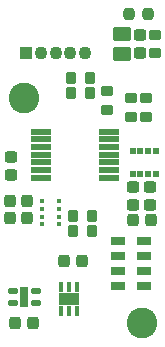
<source format=gbr>
G04 DipTrace 4.3.0.2*
G04 TopMask.gbr*
%MOIN*%
G04 #@! TF.FileFunction,Soldermask,Top*
G04 #@! TF.Part,Single*
%AMOUTLINE1*
4,1,28,
-0.030906,-0.012137,
-0.030906,0.012137,
-0.030519,0.015069,
-0.029338,0.017922,
-0.027458,0.020372,
-0.025008,0.022251,
-0.022156,0.023433,
-0.019224,0.023819,
0.019224,0.023819,
0.022156,0.023433,
0.025008,0.022251,
0.027458,0.020372,
0.029338,0.017922,
0.030519,0.015069,
0.030906,0.012137,
0.030906,-0.012137,
0.030519,-0.015069,
0.029338,-0.017922,
0.027458,-0.020372,
0.025008,-0.022251,
0.022156,-0.023433,
0.019224,-0.023819,
-0.019224,-0.023819,
-0.022156,-0.023433,
-0.025008,-0.022251,
-0.027458,-0.020372,
-0.029338,-0.017922,
-0.030519,-0.015069,
-0.030906,-0.012137,
0*%
%AMOUTLINE4*
4,1,28,
0.030906,0.012137,
0.030906,-0.012137,
0.030519,-0.015069,
0.029338,-0.017922,
0.027458,-0.020372,
0.025008,-0.022251,
0.022156,-0.023433,
0.019224,-0.023819,
-0.019224,-0.023819,
-0.022156,-0.023433,
-0.025008,-0.022251,
-0.027458,-0.020372,
-0.029338,-0.017922,
-0.030519,-0.015069,
-0.030906,-0.012137,
-0.030906,0.012137,
-0.030519,0.015069,
-0.029338,0.017922,
-0.027458,0.020372,
-0.025008,0.022251,
-0.022156,0.023433,
-0.019224,0.023819,
0.019224,0.023819,
0.022156,0.023433,
0.025008,0.022251,
0.027458,0.020372,
0.029338,0.017922,
0.030519,0.015069,
0.030906,0.012137,
0*%
%AMOUTLINE7*
4,1,28,
-0.021063,-0.008594,
-0.021063,0.008594,
-0.020717,0.01122,
-0.019654,0.013788,
-0.017962,0.015993,
-0.015757,0.017685,
-0.013189,0.018749,
-0.010562,0.019094,
0.010562,0.019094,
0.013189,0.018749,
0.015757,0.017685,
0.017962,0.015993,
0.019654,0.013788,
0.020717,0.01122,
0.021063,0.008594,
0.021063,-0.008594,
0.020717,-0.01122,
0.019654,-0.013788,
0.017962,-0.015993,
0.015757,-0.017685,
0.013189,-0.018749,
0.010562,-0.019094,
-0.010562,-0.019094,
-0.013189,-0.018749,
-0.015757,-0.017685,
-0.017962,-0.015993,
-0.019654,-0.013788,
-0.020717,-0.01122,
-0.021063,-0.008594,
0*%
%AMOUTLINE10*
4,1,28,
0.021063,0.008594,
0.021063,-0.008594,
0.020717,-0.01122,
0.019654,-0.013788,
0.017962,-0.015993,
0.015757,-0.017685,
0.013189,-0.018749,
0.010562,-0.019094,
-0.010562,-0.019094,
-0.013189,-0.018749,
-0.015757,-0.017685,
-0.017962,-0.015993,
-0.019654,-0.013788,
-0.020717,-0.01122,
-0.021063,-0.008594,
-0.021063,0.008594,
-0.020717,0.01122,
-0.019654,0.013788,
-0.017962,0.015993,
-0.015757,0.017685,
-0.013189,0.018749,
-0.010562,0.019094,
0.010562,0.019094,
0.013189,0.018749,
0.015757,0.017685,
0.017962,0.015993,
0.019654,0.013788,
0.020717,0.01122,
0.021063,0.008594,
0*%
%AMOUTLINE13*
4,1,28,
0.008594,-0.021063,
-0.008593,-0.021063,
-0.011219,-0.020718,
-0.013787,-0.019654,
-0.015992,-0.017962,
-0.017684,-0.015757,
-0.018748,-0.013189,
-0.019094,-0.010563,
-0.019095,0.010561,
-0.018749,0.013188,
-0.017686,0.015756,
-0.015994,0.017961,
-0.013789,0.019653,
-0.011221,0.020717,
-0.008594,0.021063,
0.008593,0.021063,
0.011219,0.020718,
0.013787,0.019654,
0.015992,0.017962,
0.017684,0.015757,
0.018748,0.013189,
0.019094,0.010563,
0.019095,-0.010561,
0.018749,-0.013188,
0.017686,-0.015756,
0.015994,-0.017961,
0.013789,-0.019653,
0.011221,-0.020717,
0.008594,-0.021063,
0*%
%AMOUTLINE16*
4,1,28,
-0.008594,0.021063,
0.008593,0.021063,
0.011219,0.020718,
0.013787,0.019654,
0.015992,0.017962,
0.017684,0.015757,
0.018748,0.013189,
0.019094,0.010563,
0.019095,-0.010561,
0.018749,-0.013188,
0.017686,-0.015756,
0.015994,-0.017961,
0.013789,-0.019653,
0.011221,-0.020717,
0.008594,-0.021063,
-0.008593,-0.021063,
-0.011219,-0.020718,
-0.013787,-0.019654,
-0.015992,-0.017962,
-0.017684,-0.015757,
-0.018748,-0.013189,
-0.019094,-0.010563,
-0.019095,0.010561,
-0.018749,0.013188,
-0.017686,0.015756,
-0.015994,0.017961,
-0.013789,0.019653,
-0.011221,0.020717,
-0.008594,0.021063,
0*%
%AMOUTLINE19*
4,1,28,
-0.008397,0.020276,
0.008397,0.020276,
0.010921,0.019943,
0.013394,0.018919,
0.015518,0.017289,
0.017147,0.015166,
0.018172,0.012693,
0.018504,0.010168,
0.018504,-0.010168,
0.018172,-0.012693,
0.017147,-0.015166,
0.015518,-0.017289,
0.013394,-0.018919,
0.010921,-0.019943,
0.008397,-0.020276,
-0.008397,-0.020276,
-0.010921,-0.019943,
-0.013394,-0.018919,
-0.015518,-0.017289,
-0.017147,-0.015166,
-0.018172,-0.012693,
-0.018504,-0.010168,
-0.018504,0.010168,
-0.018172,0.012693,
-0.017147,0.015166,
-0.015518,0.017289,
-0.013394,0.018919,
-0.010921,0.019943,
-0.008397,0.020276,
0*%
%AMOUTLINE22*
4,1,28,
0.008397,-0.020276,
-0.008397,-0.020276,
-0.010921,-0.019943,
-0.013394,-0.018919,
-0.015518,-0.017289,
-0.017147,-0.015166,
-0.018172,-0.012693,
-0.018504,-0.010168,
-0.018504,0.010168,
-0.018172,0.012693,
-0.017147,0.015166,
-0.015518,0.017289,
-0.013394,0.018919,
-0.010921,0.019943,
-0.008397,0.020276,
0.008397,0.020276,
0.010921,0.019943,
0.013394,0.018919,
0.015518,0.017289,
0.017147,0.015166,
0.018172,0.012693,
0.018504,0.010168,
0.018504,-0.010168,
0.018172,-0.012693,
0.017147,-0.015166,
0.015518,-0.017289,
0.013394,-0.018919,
0.010921,-0.019943,
0.008397,-0.020276,
0*%
%AMOUTLINE25*
4,1,28,
-0.007412,0.021063,
0.007412,0.021063,
0.009733,0.020757,
0.012016,0.019812,
0.013977,0.018308,
0.015481,0.016347,
0.016427,0.014064,
0.016732,0.011743,
0.016732,-0.011743,
0.016427,-0.014064,
0.015481,-0.016347,
0.013977,-0.018308,
0.012016,-0.019812,
0.009733,-0.020757,
0.007412,-0.021063,
-0.007412,-0.021063,
-0.009733,-0.020757,
-0.012016,-0.019812,
-0.013977,-0.018308,
-0.015481,-0.016347,
-0.016427,-0.014064,
-0.016732,-0.011743,
-0.016732,0.011743,
-0.016427,0.014064,
-0.015481,0.016347,
-0.013977,0.018308,
-0.012016,0.019812,
-0.009733,0.020757,
-0.007412,0.021063,
0*%
%AMOUTLINE28*
4,1,28,
0.007412,-0.021063,
-0.007412,-0.021063,
-0.009733,-0.020757,
-0.012016,-0.019812,
-0.013977,-0.018308,
-0.015481,-0.016347,
-0.016427,-0.014064,
-0.016732,-0.011743,
-0.016732,0.011743,
-0.016427,0.014064,
-0.015481,0.016347,
-0.013977,0.018308,
-0.012016,0.019812,
-0.009733,0.020757,
-0.007412,0.021063,
0.007412,0.021063,
0.009733,0.020757,
0.012016,0.019812,
0.013977,0.018308,
0.015481,0.016347,
0.016427,0.014064,
0.016732,0.011743,
0.016732,-0.011743,
0.016427,-0.014064,
0.015481,-0.016347,
0.013977,-0.018308,
0.012016,-0.019812,
0.009733,-0.020757,
0.007412,-0.021063,
0*%
%AMOUTLINE31*
4,1,28,
-0.021063,-0.007412,
-0.021063,0.007412,
-0.020757,0.009733,
-0.019812,0.012016,
-0.018308,0.013977,
-0.016347,0.015481,
-0.014064,0.016427,
-0.011743,0.016732,
0.011743,0.016732,
0.014064,0.016427,
0.016347,0.015481,
0.018308,0.013977,
0.019812,0.012016,
0.020757,0.009733,
0.021063,0.007412,
0.021063,-0.007412,
0.020757,-0.009733,
0.019812,-0.012016,
0.018308,-0.013977,
0.016347,-0.015481,
0.014064,-0.016427,
0.011743,-0.016732,
-0.011743,-0.016732,
-0.014064,-0.016427,
-0.016347,-0.015481,
-0.018308,-0.013977,
-0.019812,-0.012016,
-0.020757,-0.009733,
-0.021063,-0.007412,
0*%
%AMOUTLINE34*
4,1,28,
0.021063,0.007412,
0.021063,-0.007412,
0.020757,-0.009733,
0.019812,-0.012016,
0.018308,-0.013977,
0.016347,-0.015481,
0.014064,-0.016427,
0.011743,-0.016732,
-0.011743,-0.016732,
-0.014064,-0.016427,
-0.016347,-0.015481,
-0.018308,-0.013977,
-0.019812,-0.012016,
-0.020757,-0.009733,
-0.021063,-0.007412,
-0.021063,0.007412,
-0.020757,0.009733,
-0.019812,0.012016,
-0.018308,0.013977,
-0.016347,0.015481,
-0.014064,0.016427,
-0.011743,0.016732,
0.011743,0.016732,
0.014064,0.016427,
0.016347,0.015481,
0.018308,0.013977,
0.019812,0.012016,
0.020757,0.009733,
0.021063,0.007412,
0*%
%AMOUTLINE37*
4,1,28,
-0.010827,-0.007472,
-0.010827,0.007471,
-0.010698,0.008452,
-0.010269,0.009487,
-0.009588,0.010375,
-0.0087,0.011056,
-0.007665,0.011485,
-0.006684,0.011614,
0.006684,0.011614,
0.007665,0.011485,
0.008699,0.011057,
0.009587,0.010375,
0.010269,0.009487,
0.010697,0.008453,
0.010827,0.007472,
0.010827,-0.007471,
0.010698,-0.008452,
0.010269,-0.009487,
0.009588,-0.010375,
0.0087,-0.011056,
0.007665,-0.011485,
0.006684,-0.011614,
-0.006684,-0.011614,
-0.007665,-0.011485,
-0.008699,-0.011057,
-0.009587,-0.010375,
-0.010269,-0.009487,
-0.010697,-0.008453,
-0.010827,-0.007472,
0*%
%AMOUTLINE40*
4,1,28,
0.013101,-0.008858,
-0.013101,-0.008858,
-0.01395,-0.008747,
-0.014861,-0.008369,
-0.015643,-0.007769,
-0.016243,-0.006987,
-0.016621,-0.006076,
-0.016732,-0.005227,
-0.016732,0.005227,
-0.016621,0.006076,
-0.016243,0.006987,
-0.015643,0.007769,
-0.014861,0.008369,
-0.01395,0.008747,
-0.013101,0.008858,
0.013101,0.008858,
0.01395,0.008747,
0.014861,0.008369,
0.015643,0.007769,
0.016243,0.006987,
0.016621,0.006076,
0.016732,0.005227,
0.016732,-0.005227,
0.016621,-0.006076,
0.016243,-0.006987,
0.015643,-0.007769,
0.014861,-0.008369,
0.01395,-0.008747,
0.013101,-0.008858,
0*%
%AMOUTLINE43*
4,1,28,
-0.008268,-0.012074,
-0.008268,0.012074,
-0.008161,0.012883,
-0.007799,0.013757,
-0.007223,0.014507,
-0.006473,0.015083,
-0.005599,0.015445,
-0.00479,0.015551,
0.00479,0.015551,
0.005599,0.015445,
0.006473,0.015083,
0.007223,0.014507,
0.007799,0.013757,
0.008161,0.012883,
0.008268,0.012074,
0.008268,-0.012074,
0.008161,-0.012883,
0.007799,-0.013757,
0.007223,-0.014507,
0.006473,-0.015083,
0.005599,-0.015445,
0.00479,-0.015551,
-0.00479,-0.015551,
-0.005599,-0.015445,
-0.006473,-0.015083,
-0.007223,-0.014507,
-0.007799,-0.013757,
-0.008161,-0.012883,
-0.008268,-0.012074,
0*%
%AMOUTLINE46*
4,1,28,
0.028936,-0.010039,
-0.028936,-0.010039,
-0.029864,-0.009917,
-0.030849,-0.009509,
-0.031695,-0.00886,
-0.032344,-0.008014,
-0.032752,-0.007029,
-0.032874,-0.006101,
-0.032874,0.006101,
-0.032752,0.007029,
-0.032344,0.008014,
-0.031695,0.00886,
-0.030849,0.009509,
-0.029864,0.009917,
-0.028936,0.010039,
0.028936,0.010039,
0.029864,0.009917,
0.030849,0.009509,
0.031695,0.00886,
0.032344,0.008014,
0.032752,0.007029,
0.032874,0.006101,
0.032874,-0.006101,
0.032752,-0.007029,
0.032344,-0.008014,
0.031695,-0.00886,
0.030849,-0.009509,
0.029864,-0.009917,
0.028936,-0.010039,
0*%
%ADD36C,0.102362*%
%ADD40R,0.066929X0.043307*%
%ADD42R,0.031496X0.066929*%
%ADD44R,0.017717X0.017717*%
%ADD46R,0.047244X0.027559*%
%ADD48C,0.043307*%
%ADD50R,0.043307X0.043307*%
%ADD54OUTLINE1*%
%ADD57OUTLINE4*%
%ADD60OUTLINE7*%
%ADD63OUTLINE10*%
%ADD66OUTLINE13*%
%ADD69OUTLINE16*%
%ADD72OUTLINE19*%
%ADD75OUTLINE22*%
%ADD78OUTLINE25*%
%ADD81OUTLINE28*%
%ADD84OUTLINE31*%
%ADD87OUTLINE34*%
%ADD90OUTLINE37*%
%ADD93OUTLINE40*%
%ADD96OUTLINE43*%
%ADD99OUTLINE46*%
%FSLAX26Y26*%
G04*
G70*
G90*
G75*
G01*
G04 TopMask*
%LPD*%
D54*
X812451Y1391486D3*
D57*
Y1458415D3*
D60*
X874950Y1395424D3*
D63*
Y1454479D3*
D60*
X443701Y989173D3*
D63*
Y1048228D3*
X849949Y948227D3*
D60*
X849951Y889172D3*
D63*
X906200Y948227D3*
D60*
X906202Y889172D3*
D66*
X498230Y899951D3*
D69*
X439175Y899949D3*
D66*
X498230Y843701D3*
D69*
X439175D3*
X851672Y837451D3*
D66*
X910727D3*
X516976Y493702D3*
D69*
X457921D3*
D66*
X679479Y699951D3*
D69*
X620424Y699949D3*
D72*
X837402Y1524950D3*
D75*
X900000D3*
D36*
X881201Y493701D3*
X487450Y1243701D3*
D50*
X493701Y1393701D3*
D48*
X542913D3*
X592126D3*
X641339D3*
X690551D3*
D78*
X643651Y1262451D3*
D81*
X706249D3*
D78*
X643652Y1312451D3*
D81*
X706251D3*
D84*
X924950Y1393651D3*
D87*
Y1456249D3*
D84*
X762452Y1206152D3*
D87*
X762450Y1268751D3*
D84*
X893702Y1181152D3*
D87*
Y1243751D3*
D84*
X843699Y1181152D3*
D87*
Y1243751D3*
D78*
X649902Y849950D3*
D81*
X712500D3*
D78*
X649902Y799950D3*
D81*
X712500D3*
D90*
X849066Y993011D3*
X900246Y1069390D3*
X849065Y1069389D3*
X900247Y993012D3*
X925838Y993013D3*
X874656Y1069390D3*
X925837D3*
X874657Y993012D3*
D46*
X800394Y767520D3*
Y669094D3*
X887008Y767520D3*
Y718307D3*
X800394D3*
Y619882D3*
X887008D3*
Y669094D3*
D44*
X603493Y900837D3*
Y875247D3*
X546407Y849656D3*
X603493Y824066D3*
Y849656D3*
X546407Y824066D3*
Y900837D3*
Y875247D3*
D93*
X525638Y561517D3*
X449260D3*
X525638Y600887D3*
X449260D3*
D42*
X487449Y581202D3*
D96*
X663039Y615110D3*
X611858Y534795D3*
X637449Y615110D3*
X611858D3*
X663039Y534795D3*
X637449D3*
D40*
Y574953D3*
D99*
X543209Y1056202D3*
Y1132974D3*
X769193Y1056202D3*
X543209Y1081793D3*
X769193Y1005021D3*
Y979430D3*
Y1030612D3*
X543209D3*
X769193Y1107383D3*
X543209D3*
Y1005021D3*
X769193Y1081793D3*
X543209Y979430D3*
X769193Y1132974D3*
M02*

</source>
